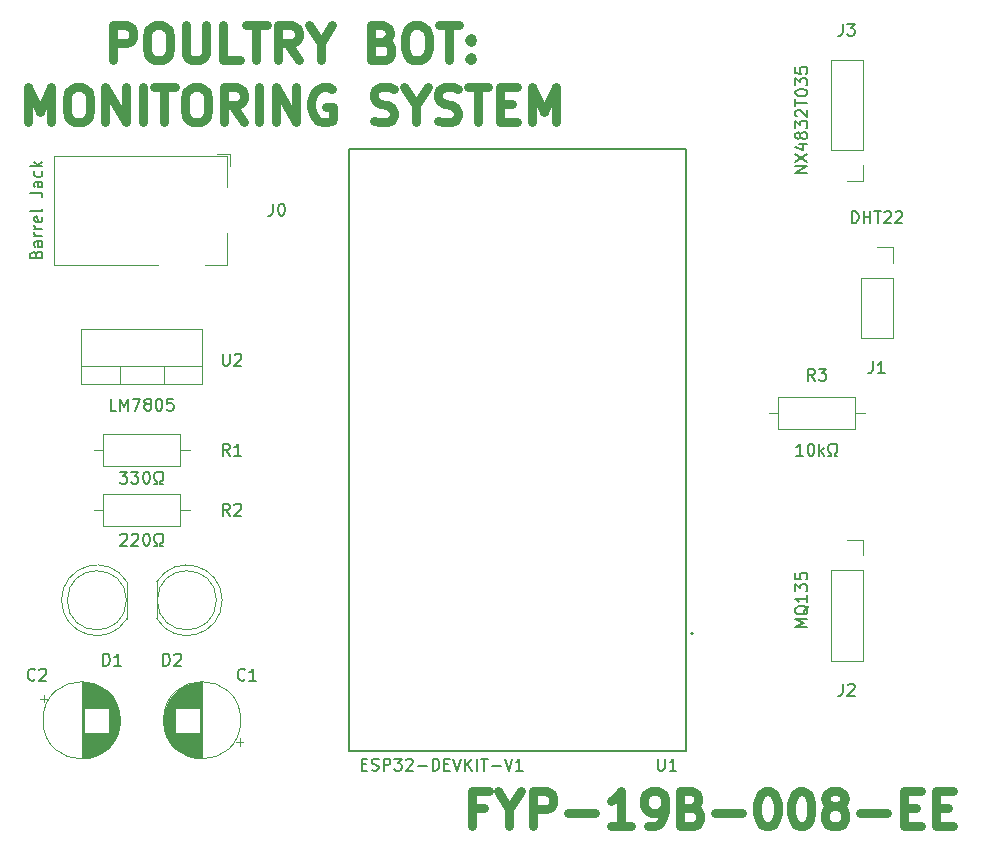
<source format=gbr>
%TF.GenerationSoftware,KiCad,Pcbnew,(5.1.10)-1*%
%TF.CreationDate,2023-01-02T20:25:28+05:00*%
%TF.ProjectId,Circuit for 1st Milestone,43697263-7569-4742-9066-6f7220317374,rev?*%
%TF.SameCoordinates,Original*%
%TF.FileFunction,Legend,Top*%
%TF.FilePolarity,Positive*%
%FSLAX46Y46*%
G04 Gerber Fmt 4.6, Leading zero omitted, Abs format (unit mm)*
G04 Created by KiCad (PCBNEW (5.1.10)-1) date 2023-01-02 20:25:28*
%MOMM*%
%LPD*%
G01*
G04 APERTURE LIST*
%ADD10C,0.750000*%
%ADD11C,0.120000*%
%ADD12C,0.127000*%
%ADD13C,0.200000*%
%ADD14C,0.150000*%
G04 APERTURE END LIST*
D10*
X86124285Y-144565714D02*
X85124285Y-144565714D01*
X85124285Y-146137142D02*
X85124285Y-143137142D01*
X86552857Y-143137142D01*
X88267142Y-144708571D02*
X88267142Y-146137142D01*
X87267142Y-143137142D02*
X88267142Y-144708571D01*
X89267142Y-143137142D01*
X90267142Y-146137142D02*
X90267142Y-143137142D01*
X91410000Y-143137142D01*
X91695714Y-143280000D01*
X91838571Y-143422857D01*
X91981428Y-143708571D01*
X91981428Y-144137142D01*
X91838571Y-144422857D01*
X91695714Y-144565714D01*
X91410000Y-144708571D01*
X90267142Y-144708571D01*
X93267142Y-144994285D02*
X95552857Y-144994285D01*
X98552857Y-146137142D02*
X96838571Y-146137142D01*
X97695714Y-146137142D02*
X97695714Y-143137142D01*
X97410000Y-143565714D01*
X97124285Y-143851428D01*
X96838571Y-143994285D01*
X99981428Y-146137142D02*
X100552857Y-146137142D01*
X100838571Y-145994285D01*
X100981428Y-145851428D01*
X101267142Y-145422857D01*
X101410000Y-144851428D01*
X101410000Y-143708571D01*
X101267142Y-143422857D01*
X101124285Y-143280000D01*
X100838571Y-143137142D01*
X100267142Y-143137142D01*
X99981428Y-143280000D01*
X99838571Y-143422857D01*
X99695714Y-143708571D01*
X99695714Y-144422857D01*
X99838571Y-144708571D01*
X99981428Y-144851428D01*
X100267142Y-144994285D01*
X100838571Y-144994285D01*
X101124285Y-144851428D01*
X101267142Y-144708571D01*
X101410000Y-144422857D01*
X103695714Y-144565714D02*
X104124285Y-144708571D01*
X104267142Y-144851428D01*
X104410000Y-145137142D01*
X104410000Y-145565714D01*
X104267142Y-145851428D01*
X104124285Y-145994285D01*
X103838571Y-146137142D01*
X102695714Y-146137142D01*
X102695714Y-143137142D01*
X103695714Y-143137142D01*
X103981428Y-143280000D01*
X104124285Y-143422857D01*
X104267142Y-143708571D01*
X104267142Y-143994285D01*
X104124285Y-144280000D01*
X103981428Y-144422857D01*
X103695714Y-144565714D01*
X102695714Y-144565714D01*
X105695714Y-144994285D02*
X107981428Y-144994285D01*
X109981428Y-143137142D02*
X110267142Y-143137142D01*
X110552857Y-143280000D01*
X110695714Y-143422857D01*
X110838571Y-143708571D01*
X110981428Y-144280000D01*
X110981428Y-144994285D01*
X110838571Y-145565714D01*
X110695714Y-145851428D01*
X110552857Y-145994285D01*
X110267142Y-146137142D01*
X109981428Y-146137142D01*
X109695714Y-145994285D01*
X109552857Y-145851428D01*
X109410000Y-145565714D01*
X109267142Y-144994285D01*
X109267142Y-144280000D01*
X109410000Y-143708571D01*
X109552857Y-143422857D01*
X109695714Y-143280000D01*
X109981428Y-143137142D01*
X112838571Y-143137142D02*
X113124285Y-143137142D01*
X113410000Y-143280000D01*
X113552857Y-143422857D01*
X113695714Y-143708571D01*
X113838571Y-144280000D01*
X113838571Y-144994285D01*
X113695714Y-145565714D01*
X113552857Y-145851428D01*
X113410000Y-145994285D01*
X113124285Y-146137142D01*
X112838571Y-146137142D01*
X112552857Y-145994285D01*
X112410000Y-145851428D01*
X112267142Y-145565714D01*
X112124285Y-144994285D01*
X112124285Y-144280000D01*
X112267142Y-143708571D01*
X112410000Y-143422857D01*
X112552857Y-143280000D01*
X112838571Y-143137142D01*
X115552857Y-144422857D02*
X115267142Y-144280000D01*
X115124285Y-144137142D01*
X114981428Y-143851428D01*
X114981428Y-143708571D01*
X115124285Y-143422857D01*
X115267142Y-143280000D01*
X115552857Y-143137142D01*
X116124285Y-143137142D01*
X116410000Y-143280000D01*
X116552857Y-143422857D01*
X116695714Y-143708571D01*
X116695714Y-143851428D01*
X116552857Y-144137142D01*
X116410000Y-144280000D01*
X116124285Y-144422857D01*
X115552857Y-144422857D01*
X115267142Y-144565714D01*
X115124285Y-144708571D01*
X114981428Y-144994285D01*
X114981428Y-145565714D01*
X115124285Y-145851428D01*
X115267142Y-145994285D01*
X115552857Y-146137142D01*
X116124285Y-146137142D01*
X116410000Y-145994285D01*
X116552857Y-145851428D01*
X116695714Y-145565714D01*
X116695714Y-144994285D01*
X116552857Y-144708571D01*
X116410000Y-144565714D01*
X116124285Y-144422857D01*
X117981428Y-144994285D02*
X120267142Y-144994285D01*
X121695714Y-144565714D02*
X122695714Y-144565714D01*
X123124285Y-146137142D02*
X121695714Y-146137142D01*
X121695714Y-143137142D01*
X123124285Y-143137142D01*
X124410000Y-144565714D02*
X125410000Y-144565714D01*
X125838571Y-146137142D02*
X124410000Y-146137142D01*
X124410000Y-143137142D01*
X125838571Y-143137142D01*
X54707142Y-81282142D02*
X54707142Y-78282142D01*
X55850000Y-78282142D01*
X56135714Y-78425000D01*
X56278571Y-78567857D01*
X56421428Y-78853571D01*
X56421428Y-79282142D01*
X56278571Y-79567857D01*
X56135714Y-79710714D01*
X55850000Y-79853571D01*
X54707142Y-79853571D01*
X58278571Y-78282142D02*
X58850000Y-78282142D01*
X59135714Y-78425000D01*
X59421428Y-78710714D01*
X59564285Y-79282142D01*
X59564285Y-80282142D01*
X59421428Y-80853571D01*
X59135714Y-81139285D01*
X58850000Y-81282142D01*
X58278571Y-81282142D01*
X57992857Y-81139285D01*
X57707142Y-80853571D01*
X57564285Y-80282142D01*
X57564285Y-79282142D01*
X57707142Y-78710714D01*
X57992857Y-78425000D01*
X58278571Y-78282142D01*
X60850000Y-78282142D02*
X60850000Y-80710714D01*
X60992857Y-80996428D01*
X61135714Y-81139285D01*
X61421428Y-81282142D01*
X61992857Y-81282142D01*
X62278571Y-81139285D01*
X62421428Y-80996428D01*
X62564285Y-80710714D01*
X62564285Y-78282142D01*
X65421428Y-81282142D02*
X63992857Y-81282142D01*
X63992857Y-78282142D01*
X65992857Y-78282142D02*
X67707142Y-78282142D01*
X66850000Y-81282142D02*
X66850000Y-78282142D01*
X70421428Y-81282142D02*
X69421428Y-79853571D01*
X68707142Y-81282142D02*
X68707142Y-78282142D01*
X69850000Y-78282142D01*
X70135714Y-78425000D01*
X70278571Y-78567857D01*
X70421428Y-78853571D01*
X70421428Y-79282142D01*
X70278571Y-79567857D01*
X70135714Y-79710714D01*
X69850000Y-79853571D01*
X68707142Y-79853571D01*
X72278571Y-79853571D02*
X72278571Y-81282142D01*
X71278571Y-78282142D02*
X72278571Y-79853571D01*
X73278571Y-78282142D01*
X77564285Y-79710714D02*
X77992857Y-79853571D01*
X78135714Y-79996428D01*
X78278571Y-80282142D01*
X78278571Y-80710714D01*
X78135714Y-80996428D01*
X77992857Y-81139285D01*
X77707142Y-81282142D01*
X76564285Y-81282142D01*
X76564285Y-78282142D01*
X77564285Y-78282142D01*
X77850000Y-78425000D01*
X77992857Y-78567857D01*
X78135714Y-78853571D01*
X78135714Y-79139285D01*
X77992857Y-79425000D01*
X77850000Y-79567857D01*
X77564285Y-79710714D01*
X76564285Y-79710714D01*
X80135714Y-78282142D02*
X80707142Y-78282142D01*
X80992857Y-78425000D01*
X81278571Y-78710714D01*
X81421428Y-79282142D01*
X81421428Y-80282142D01*
X81278571Y-80853571D01*
X80992857Y-81139285D01*
X80707142Y-81282142D01*
X80135714Y-81282142D01*
X79850000Y-81139285D01*
X79564285Y-80853571D01*
X79421428Y-80282142D01*
X79421428Y-79282142D01*
X79564285Y-78710714D01*
X79850000Y-78425000D01*
X80135714Y-78282142D01*
X82278571Y-78282142D02*
X83992857Y-78282142D01*
X83135714Y-81282142D02*
X83135714Y-78282142D01*
X84992857Y-80996428D02*
X85135714Y-81139285D01*
X84992857Y-81282142D01*
X84849999Y-81139285D01*
X84992857Y-80996428D01*
X84992857Y-81282142D01*
X84992857Y-79425000D02*
X85135714Y-79567857D01*
X84992857Y-79710714D01*
X84849999Y-79567857D01*
X84992857Y-79425000D01*
X84992857Y-79710714D01*
X47492857Y-86532142D02*
X47492857Y-83532142D01*
X48492857Y-85675000D01*
X49492857Y-83532142D01*
X49492857Y-86532142D01*
X51492857Y-83532142D02*
X52064285Y-83532142D01*
X52350000Y-83675000D01*
X52635714Y-83960714D01*
X52778571Y-84532142D01*
X52778571Y-85532142D01*
X52635714Y-86103571D01*
X52350000Y-86389285D01*
X52064285Y-86532142D01*
X51492857Y-86532142D01*
X51207142Y-86389285D01*
X50921428Y-86103571D01*
X50778571Y-85532142D01*
X50778571Y-84532142D01*
X50921428Y-83960714D01*
X51207142Y-83675000D01*
X51492857Y-83532142D01*
X54064285Y-86532142D02*
X54064285Y-83532142D01*
X55778571Y-86532142D01*
X55778571Y-83532142D01*
X57207142Y-86532142D02*
X57207142Y-83532142D01*
X58207142Y-83532142D02*
X59921428Y-83532142D01*
X59064285Y-86532142D02*
X59064285Y-83532142D01*
X61492857Y-83532142D02*
X62064285Y-83532142D01*
X62350000Y-83675000D01*
X62635714Y-83960714D01*
X62778571Y-84532142D01*
X62778571Y-85532142D01*
X62635714Y-86103571D01*
X62350000Y-86389285D01*
X62064285Y-86532142D01*
X61492857Y-86532142D01*
X61207142Y-86389285D01*
X60921428Y-86103571D01*
X60778571Y-85532142D01*
X60778571Y-84532142D01*
X60921428Y-83960714D01*
X61207142Y-83675000D01*
X61492857Y-83532142D01*
X65778571Y-86532142D02*
X64778571Y-85103571D01*
X64064285Y-86532142D02*
X64064285Y-83532142D01*
X65207142Y-83532142D01*
X65492857Y-83675000D01*
X65635714Y-83817857D01*
X65778571Y-84103571D01*
X65778571Y-84532142D01*
X65635714Y-84817857D01*
X65492857Y-84960714D01*
X65207142Y-85103571D01*
X64064285Y-85103571D01*
X67064285Y-86532142D02*
X67064285Y-83532142D01*
X68492857Y-86532142D02*
X68492857Y-83532142D01*
X70207142Y-86532142D01*
X70207142Y-83532142D01*
X73207142Y-83675000D02*
X72921428Y-83532142D01*
X72492857Y-83532142D01*
X72064285Y-83675000D01*
X71778571Y-83960714D01*
X71635714Y-84246428D01*
X71492857Y-84817857D01*
X71492857Y-85246428D01*
X71635714Y-85817857D01*
X71778571Y-86103571D01*
X72064285Y-86389285D01*
X72492857Y-86532142D01*
X72778571Y-86532142D01*
X73207142Y-86389285D01*
X73350000Y-86246428D01*
X73350000Y-85246428D01*
X72778571Y-85246428D01*
X76778571Y-86389285D02*
X77207142Y-86532142D01*
X77921428Y-86532142D01*
X78207142Y-86389285D01*
X78350000Y-86246428D01*
X78492857Y-85960714D01*
X78492857Y-85675000D01*
X78350000Y-85389285D01*
X78207142Y-85246428D01*
X77921428Y-85103571D01*
X77350000Y-84960714D01*
X77064285Y-84817857D01*
X76921428Y-84675000D01*
X76778571Y-84389285D01*
X76778571Y-84103571D01*
X76921428Y-83817857D01*
X77064285Y-83675000D01*
X77350000Y-83532142D01*
X78064285Y-83532142D01*
X78492857Y-83675000D01*
X80350000Y-85103571D02*
X80350000Y-86532142D01*
X79350000Y-83532142D02*
X80350000Y-85103571D01*
X81350000Y-83532142D01*
X82207142Y-86389285D02*
X82635714Y-86532142D01*
X83350000Y-86532142D01*
X83635714Y-86389285D01*
X83778571Y-86246428D01*
X83921428Y-85960714D01*
X83921428Y-85675000D01*
X83778571Y-85389285D01*
X83635714Y-85246428D01*
X83350000Y-85103571D01*
X82778571Y-84960714D01*
X82492857Y-84817857D01*
X82350000Y-84675000D01*
X82207142Y-84389285D01*
X82207142Y-84103571D01*
X82350000Y-83817857D01*
X82492857Y-83675000D01*
X82778571Y-83532142D01*
X83492857Y-83532142D01*
X83921428Y-83675000D01*
X84778571Y-83532142D02*
X86492857Y-83532142D01*
X85635714Y-86532142D02*
X85635714Y-83532142D01*
X87492857Y-84960714D02*
X88492857Y-84960714D01*
X88921428Y-86532142D02*
X87492857Y-86532142D01*
X87492857Y-83532142D01*
X88921428Y-83532142D01*
X90207142Y-86532142D02*
X90207142Y-83532142D01*
X91207142Y-85675000D01*
X92207142Y-83532142D01*
X92207142Y-86532142D01*
D11*
%TO.C,C1*%
X65435241Y-139314000D02*
X65435241Y-138684000D01*
X65750241Y-138999000D02*
X65120241Y-138999000D01*
X59009000Y-137562000D02*
X59009000Y-136758000D01*
X59049000Y-137793000D02*
X59049000Y-136527000D01*
X59089000Y-137962000D02*
X59089000Y-136358000D01*
X59129000Y-138100000D02*
X59129000Y-136220000D01*
X59169000Y-138219000D02*
X59169000Y-136101000D01*
X59209000Y-138325000D02*
X59209000Y-135995000D01*
X59249000Y-138422000D02*
X59249000Y-135898000D01*
X59289000Y-138510000D02*
X59289000Y-135810000D01*
X59329000Y-138592000D02*
X59329000Y-135728000D01*
X59369000Y-138669000D02*
X59369000Y-135651000D01*
X59409000Y-138741000D02*
X59409000Y-135579000D01*
X59449000Y-138810000D02*
X59449000Y-135510000D01*
X59489000Y-138874000D02*
X59489000Y-135446000D01*
X59529000Y-138936000D02*
X59529000Y-135384000D01*
X59569000Y-138994000D02*
X59569000Y-135326000D01*
X59609000Y-139050000D02*
X59609000Y-135270000D01*
X59649000Y-139104000D02*
X59649000Y-135216000D01*
X59689000Y-139155000D02*
X59689000Y-135165000D01*
X59729000Y-139204000D02*
X59729000Y-135116000D01*
X59769000Y-139252000D02*
X59769000Y-135068000D01*
X59809000Y-139297000D02*
X59809000Y-135023000D01*
X59849000Y-139342000D02*
X59849000Y-134978000D01*
X59889000Y-139384000D02*
X59889000Y-134936000D01*
X59929000Y-139425000D02*
X59929000Y-134895000D01*
X59969000Y-136120000D02*
X59969000Y-134855000D01*
X59969000Y-139465000D02*
X59969000Y-138200000D01*
X60009000Y-136120000D02*
X60009000Y-134817000D01*
X60009000Y-139503000D02*
X60009000Y-138200000D01*
X60049000Y-136120000D02*
X60049000Y-134780000D01*
X60049000Y-139540000D02*
X60049000Y-138200000D01*
X60089000Y-136120000D02*
X60089000Y-134744000D01*
X60089000Y-139576000D02*
X60089000Y-138200000D01*
X60129000Y-136120000D02*
X60129000Y-134710000D01*
X60129000Y-139610000D02*
X60129000Y-138200000D01*
X60169000Y-136120000D02*
X60169000Y-134676000D01*
X60169000Y-139644000D02*
X60169000Y-138200000D01*
X60209000Y-136120000D02*
X60209000Y-134644000D01*
X60209000Y-139676000D02*
X60209000Y-138200000D01*
X60249000Y-136120000D02*
X60249000Y-134612000D01*
X60249000Y-139708000D02*
X60249000Y-138200000D01*
X60289000Y-136120000D02*
X60289000Y-134582000D01*
X60289000Y-139738000D02*
X60289000Y-138200000D01*
X60329000Y-136120000D02*
X60329000Y-134553000D01*
X60329000Y-139767000D02*
X60329000Y-138200000D01*
X60369000Y-136120000D02*
X60369000Y-134524000D01*
X60369000Y-139796000D02*
X60369000Y-138200000D01*
X60409000Y-136120000D02*
X60409000Y-134496000D01*
X60409000Y-139824000D02*
X60409000Y-138200000D01*
X60449000Y-136120000D02*
X60449000Y-134470000D01*
X60449000Y-139850000D02*
X60449000Y-138200000D01*
X60489000Y-136120000D02*
X60489000Y-134444000D01*
X60489000Y-139876000D02*
X60489000Y-138200000D01*
X60529000Y-136120000D02*
X60529000Y-134418000D01*
X60529000Y-139902000D02*
X60529000Y-138200000D01*
X60569000Y-136120000D02*
X60569000Y-134394000D01*
X60569000Y-139926000D02*
X60569000Y-138200000D01*
X60609000Y-136120000D02*
X60609000Y-134370000D01*
X60609000Y-139950000D02*
X60609000Y-138200000D01*
X60649000Y-136120000D02*
X60649000Y-134348000D01*
X60649000Y-139972000D02*
X60649000Y-138200000D01*
X60689000Y-136120000D02*
X60689000Y-134326000D01*
X60689000Y-139994000D02*
X60689000Y-138200000D01*
X60729000Y-136120000D02*
X60729000Y-134304000D01*
X60729000Y-140016000D02*
X60729000Y-138200000D01*
X60769000Y-136120000D02*
X60769000Y-134284000D01*
X60769000Y-140036000D02*
X60769000Y-138200000D01*
X60809000Y-136120000D02*
X60809000Y-134264000D01*
X60809000Y-140056000D02*
X60809000Y-138200000D01*
X60849000Y-136120000D02*
X60849000Y-134244000D01*
X60849000Y-140076000D02*
X60849000Y-138200000D01*
X60889000Y-136120000D02*
X60889000Y-134226000D01*
X60889000Y-140094000D02*
X60889000Y-138200000D01*
X60929000Y-136120000D02*
X60929000Y-134208000D01*
X60929000Y-140112000D02*
X60929000Y-138200000D01*
X60969000Y-136120000D02*
X60969000Y-134190000D01*
X60969000Y-140130000D02*
X60969000Y-138200000D01*
X61009000Y-136120000D02*
X61009000Y-134174000D01*
X61009000Y-140146000D02*
X61009000Y-138200000D01*
X61049000Y-136120000D02*
X61049000Y-134158000D01*
X61049000Y-140162000D02*
X61049000Y-138200000D01*
X61089000Y-136120000D02*
X61089000Y-134142000D01*
X61089000Y-140178000D02*
X61089000Y-138200000D01*
X61129000Y-136120000D02*
X61129000Y-134127000D01*
X61129000Y-140193000D02*
X61129000Y-138200000D01*
X61169000Y-136120000D02*
X61169000Y-134113000D01*
X61169000Y-140207000D02*
X61169000Y-138200000D01*
X61209000Y-136120000D02*
X61209000Y-134099000D01*
X61209000Y-140221000D02*
X61209000Y-138200000D01*
X61249000Y-136120000D02*
X61249000Y-134086000D01*
X61249000Y-140234000D02*
X61249000Y-138200000D01*
X61289000Y-136120000D02*
X61289000Y-134074000D01*
X61289000Y-140246000D02*
X61289000Y-138200000D01*
X61329000Y-136120000D02*
X61329000Y-134062000D01*
X61329000Y-140258000D02*
X61329000Y-138200000D01*
X61369000Y-136120000D02*
X61369000Y-134050000D01*
X61369000Y-140270000D02*
X61369000Y-138200000D01*
X61409000Y-136120000D02*
X61409000Y-134039000D01*
X61409000Y-140281000D02*
X61409000Y-138200000D01*
X61449000Y-136120000D02*
X61449000Y-134029000D01*
X61449000Y-140291000D02*
X61449000Y-138200000D01*
X61489000Y-136120000D02*
X61489000Y-134019000D01*
X61489000Y-140301000D02*
X61489000Y-138200000D01*
X61529000Y-136120000D02*
X61529000Y-134010000D01*
X61529000Y-140310000D02*
X61529000Y-138200000D01*
X61570000Y-136120000D02*
X61570000Y-134001000D01*
X61570000Y-140319000D02*
X61570000Y-138200000D01*
X61610000Y-136120000D02*
X61610000Y-133993000D01*
X61610000Y-140327000D02*
X61610000Y-138200000D01*
X61650000Y-136120000D02*
X61650000Y-133985000D01*
X61650000Y-140335000D02*
X61650000Y-138200000D01*
X61690000Y-136120000D02*
X61690000Y-133978000D01*
X61690000Y-140342000D02*
X61690000Y-138200000D01*
X61730000Y-136120000D02*
X61730000Y-133971000D01*
X61730000Y-140349000D02*
X61730000Y-138200000D01*
X61770000Y-136120000D02*
X61770000Y-133965000D01*
X61770000Y-140355000D02*
X61770000Y-138200000D01*
X61810000Y-136120000D02*
X61810000Y-133959000D01*
X61810000Y-140361000D02*
X61810000Y-138200000D01*
X61850000Y-136120000D02*
X61850000Y-133954000D01*
X61850000Y-140366000D02*
X61850000Y-138200000D01*
X61890000Y-136120000D02*
X61890000Y-133949000D01*
X61890000Y-140371000D02*
X61890000Y-138200000D01*
X61930000Y-136120000D02*
X61930000Y-133945000D01*
X61930000Y-140375000D02*
X61930000Y-138200000D01*
X61970000Y-136120000D02*
X61970000Y-133942000D01*
X61970000Y-140378000D02*
X61970000Y-138200000D01*
X62010000Y-136120000D02*
X62010000Y-133938000D01*
X62010000Y-140382000D02*
X62010000Y-138200000D01*
X62050000Y-140384000D02*
X62050000Y-133936000D01*
X62090000Y-140387000D02*
X62090000Y-133933000D01*
X62130000Y-140388000D02*
X62130000Y-133932000D01*
X62170000Y-140390000D02*
X62170000Y-133930000D01*
X62210000Y-140390000D02*
X62210000Y-133930000D01*
X62250000Y-140390000D02*
X62250000Y-133930000D01*
X65520000Y-137160000D02*
G75*
G03*
X65520000Y-137160000I-3270000J0D01*
G01*
%TO.C,C2*%
X55320000Y-137160000D02*
G75*
G03*
X55320000Y-137160000I-3270000J0D01*
G01*
X52050000Y-133930000D02*
X52050000Y-140390000D01*
X52090000Y-133930000D02*
X52090000Y-140390000D01*
X52130000Y-133930000D02*
X52130000Y-140390000D01*
X52170000Y-133932000D02*
X52170000Y-140388000D01*
X52210000Y-133933000D02*
X52210000Y-140387000D01*
X52250000Y-133936000D02*
X52250000Y-140384000D01*
X52290000Y-133938000D02*
X52290000Y-136120000D01*
X52290000Y-138200000D02*
X52290000Y-140382000D01*
X52330000Y-133942000D02*
X52330000Y-136120000D01*
X52330000Y-138200000D02*
X52330000Y-140378000D01*
X52370000Y-133945000D02*
X52370000Y-136120000D01*
X52370000Y-138200000D02*
X52370000Y-140375000D01*
X52410000Y-133949000D02*
X52410000Y-136120000D01*
X52410000Y-138200000D02*
X52410000Y-140371000D01*
X52450000Y-133954000D02*
X52450000Y-136120000D01*
X52450000Y-138200000D02*
X52450000Y-140366000D01*
X52490000Y-133959000D02*
X52490000Y-136120000D01*
X52490000Y-138200000D02*
X52490000Y-140361000D01*
X52530000Y-133965000D02*
X52530000Y-136120000D01*
X52530000Y-138200000D02*
X52530000Y-140355000D01*
X52570000Y-133971000D02*
X52570000Y-136120000D01*
X52570000Y-138200000D02*
X52570000Y-140349000D01*
X52610000Y-133978000D02*
X52610000Y-136120000D01*
X52610000Y-138200000D02*
X52610000Y-140342000D01*
X52650000Y-133985000D02*
X52650000Y-136120000D01*
X52650000Y-138200000D02*
X52650000Y-140335000D01*
X52690000Y-133993000D02*
X52690000Y-136120000D01*
X52690000Y-138200000D02*
X52690000Y-140327000D01*
X52730000Y-134001000D02*
X52730000Y-136120000D01*
X52730000Y-138200000D02*
X52730000Y-140319000D01*
X52771000Y-134010000D02*
X52771000Y-136120000D01*
X52771000Y-138200000D02*
X52771000Y-140310000D01*
X52811000Y-134019000D02*
X52811000Y-136120000D01*
X52811000Y-138200000D02*
X52811000Y-140301000D01*
X52851000Y-134029000D02*
X52851000Y-136120000D01*
X52851000Y-138200000D02*
X52851000Y-140291000D01*
X52891000Y-134039000D02*
X52891000Y-136120000D01*
X52891000Y-138200000D02*
X52891000Y-140281000D01*
X52931000Y-134050000D02*
X52931000Y-136120000D01*
X52931000Y-138200000D02*
X52931000Y-140270000D01*
X52971000Y-134062000D02*
X52971000Y-136120000D01*
X52971000Y-138200000D02*
X52971000Y-140258000D01*
X53011000Y-134074000D02*
X53011000Y-136120000D01*
X53011000Y-138200000D02*
X53011000Y-140246000D01*
X53051000Y-134086000D02*
X53051000Y-136120000D01*
X53051000Y-138200000D02*
X53051000Y-140234000D01*
X53091000Y-134099000D02*
X53091000Y-136120000D01*
X53091000Y-138200000D02*
X53091000Y-140221000D01*
X53131000Y-134113000D02*
X53131000Y-136120000D01*
X53131000Y-138200000D02*
X53131000Y-140207000D01*
X53171000Y-134127000D02*
X53171000Y-136120000D01*
X53171000Y-138200000D02*
X53171000Y-140193000D01*
X53211000Y-134142000D02*
X53211000Y-136120000D01*
X53211000Y-138200000D02*
X53211000Y-140178000D01*
X53251000Y-134158000D02*
X53251000Y-136120000D01*
X53251000Y-138200000D02*
X53251000Y-140162000D01*
X53291000Y-134174000D02*
X53291000Y-136120000D01*
X53291000Y-138200000D02*
X53291000Y-140146000D01*
X53331000Y-134190000D02*
X53331000Y-136120000D01*
X53331000Y-138200000D02*
X53331000Y-140130000D01*
X53371000Y-134208000D02*
X53371000Y-136120000D01*
X53371000Y-138200000D02*
X53371000Y-140112000D01*
X53411000Y-134226000D02*
X53411000Y-136120000D01*
X53411000Y-138200000D02*
X53411000Y-140094000D01*
X53451000Y-134244000D02*
X53451000Y-136120000D01*
X53451000Y-138200000D02*
X53451000Y-140076000D01*
X53491000Y-134264000D02*
X53491000Y-136120000D01*
X53491000Y-138200000D02*
X53491000Y-140056000D01*
X53531000Y-134284000D02*
X53531000Y-136120000D01*
X53531000Y-138200000D02*
X53531000Y-140036000D01*
X53571000Y-134304000D02*
X53571000Y-136120000D01*
X53571000Y-138200000D02*
X53571000Y-140016000D01*
X53611000Y-134326000D02*
X53611000Y-136120000D01*
X53611000Y-138200000D02*
X53611000Y-139994000D01*
X53651000Y-134348000D02*
X53651000Y-136120000D01*
X53651000Y-138200000D02*
X53651000Y-139972000D01*
X53691000Y-134370000D02*
X53691000Y-136120000D01*
X53691000Y-138200000D02*
X53691000Y-139950000D01*
X53731000Y-134394000D02*
X53731000Y-136120000D01*
X53731000Y-138200000D02*
X53731000Y-139926000D01*
X53771000Y-134418000D02*
X53771000Y-136120000D01*
X53771000Y-138200000D02*
X53771000Y-139902000D01*
X53811000Y-134444000D02*
X53811000Y-136120000D01*
X53811000Y-138200000D02*
X53811000Y-139876000D01*
X53851000Y-134470000D02*
X53851000Y-136120000D01*
X53851000Y-138200000D02*
X53851000Y-139850000D01*
X53891000Y-134496000D02*
X53891000Y-136120000D01*
X53891000Y-138200000D02*
X53891000Y-139824000D01*
X53931000Y-134524000D02*
X53931000Y-136120000D01*
X53931000Y-138200000D02*
X53931000Y-139796000D01*
X53971000Y-134553000D02*
X53971000Y-136120000D01*
X53971000Y-138200000D02*
X53971000Y-139767000D01*
X54011000Y-134582000D02*
X54011000Y-136120000D01*
X54011000Y-138200000D02*
X54011000Y-139738000D01*
X54051000Y-134612000D02*
X54051000Y-136120000D01*
X54051000Y-138200000D02*
X54051000Y-139708000D01*
X54091000Y-134644000D02*
X54091000Y-136120000D01*
X54091000Y-138200000D02*
X54091000Y-139676000D01*
X54131000Y-134676000D02*
X54131000Y-136120000D01*
X54131000Y-138200000D02*
X54131000Y-139644000D01*
X54171000Y-134710000D02*
X54171000Y-136120000D01*
X54171000Y-138200000D02*
X54171000Y-139610000D01*
X54211000Y-134744000D02*
X54211000Y-136120000D01*
X54211000Y-138200000D02*
X54211000Y-139576000D01*
X54251000Y-134780000D02*
X54251000Y-136120000D01*
X54251000Y-138200000D02*
X54251000Y-139540000D01*
X54291000Y-134817000D02*
X54291000Y-136120000D01*
X54291000Y-138200000D02*
X54291000Y-139503000D01*
X54331000Y-134855000D02*
X54331000Y-136120000D01*
X54331000Y-138200000D02*
X54331000Y-139465000D01*
X54371000Y-134895000D02*
X54371000Y-139425000D01*
X54411000Y-134936000D02*
X54411000Y-139384000D01*
X54451000Y-134978000D02*
X54451000Y-139342000D01*
X54491000Y-135023000D02*
X54491000Y-139297000D01*
X54531000Y-135068000D02*
X54531000Y-139252000D01*
X54571000Y-135116000D02*
X54571000Y-139204000D01*
X54611000Y-135165000D02*
X54611000Y-139155000D01*
X54651000Y-135216000D02*
X54651000Y-139104000D01*
X54691000Y-135270000D02*
X54691000Y-139050000D01*
X54731000Y-135326000D02*
X54731000Y-138994000D01*
X54771000Y-135384000D02*
X54771000Y-138936000D01*
X54811000Y-135446000D02*
X54811000Y-138874000D01*
X54851000Y-135510000D02*
X54851000Y-138810000D01*
X54891000Y-135579000D02*
X54891000Y-138741000D01*
X54931000Y-135651000D02*
X54931000Y-138669000D01*
X54971000Y-135728000D02*
X54971000Y-138592000D01*
X55011000Y-135810000D02*
X55011000Y-138510000D01*
X55051000Y-135898000D02*
X55051000Y-138422000D01*
X55091000Y-135995000D02*
X55091000Y-138325000D01*
X55131000Y-136101000D02*
X55131000Y-138219000D01*
X55171000Y-136220000D02*
X55171000Y-138100000D01*
X55211000Y-136358000D02*
X55211000Y-137962000D01*
X55251000Y-136527000D02*
X55251000Y-137793000D01*
X55291000Y-136758000D02*
X55291000Y-137562000D01*
X48549759Y-135321000D02*
X49179759Y-135321000D01*
X48864759Y-135006000D02*
X48864759Y-135636000D01*
%TO.C,D1*%
X55840000Y-127000000D02*
G75*
G03*
X55840000Y-127000000I-2500000J0D01*
G01*
X55900000Y-128545000D02*
X55900000Y-125455000D01*
X50350000Y-126999538D02*
G75*
G03*
X55900000Y-128544830I2990000J-462D01*
G01*
X50350000Y-127000462D02*
G75*
G02*
X55900000Y-125455170I2990000J462D01*
G01*
%TO.C,D2*%
X58400000Y-125455000D02*
X58400000Y-128545000D01*
X63460000Y-127000000D02*
G75*
G03*
X63460000Y-127000000I-2500000J0D01*
G01*
X63950000Y-126999538D02*
G75*
G02*
X58400000Y-128544830I-2990000J-462D01*
G01*
X63950000Y-127000462D02*
G75*
G03*
X58400000Y-125455170I-2990000J462D01*
G01*
%TO.C,J0*%
X64400000Y-89380000D02*
X64400000Y-91980000D01*
X49700000Y-89380000D02*
X64400000Y-89380000D01*
X64400000Y-98580000D02*
X62500000Y-98580000D01*
X64400000Y-95880000D02*
X64400000Y-98580000D01*
X49700000Y-98580000D02*
X49700000Y-89380000D01*
X58500000Y-98580000D02*
X49700000Y-98580000D01*
X63550000Y-89180000D02*
X64600000Y-89180000D01*
X64600000Y-90230000D02*
X64600000Y-89180000D01*
%TO.C,J1*%
X119380000Y-97095000D02*
X120710000Y-97095000D01*
X120710000Y-97095000D02*
X120710000Y-98425000D01*
X120710000Y-99695000D02*
X120710000Y-104835000D01*
X118050000Y-104835000D02*
X120710000Y-104835000D01*
X118050000Y-99695000D02*
X118050000Y-104835000D01*
X118050000Y-99695000D02*
X120710000Y-99695000D01*
%TO.C,J2*%
X116840000Y-121860000D02*
X118170000Y-121860000D01*
X118170000Y-121860000D02*
X118170000Y-123190000D01*
X118170000Y-124460000D02*
X118170000Y-132140000D01*
X115510000Y-132140000D02*
X118170000Y-132140000D01*
X115510000Y-124460000D02*
X115510000Y-132140000D01*
X115510000Y-124460000D02*
X118170000Y-124460000D01*
%TO.C,J3*%
X118170000Y-91500000D02*
X116840000Y-91500000D01*
X118170000Y-90170000D02*
X118170000Y-91500000D01*
X118170000Y-88900000D02*
X115510000Y-88900000D01*
X115510000Y-88900000D02*
X115510000Y-81220000D01*
X118170000Y-88900000D02*
X118170000Y-81220000D01*
X118170000Y-81220000D02*
X115510000Y-81220000D01*
%TO.C,R1*%
X53880000Y-112930000D02*
X53880000Y-115670000D01*
X53880000Y-115670000D02*
X60420000Y-115670000D01*
X60420000Y-115670000D02*
X60420000Y-112930000D01*
X60420000Y-112930000D02*
X53880000Y-112930000D01*
X53110000Y-114300000D02*
X53880000Y-114300000D01*
X61190000Y-114300000D02*
X60420000Y-114300000D01*
%TO.C,R2*%
X53110000Y-119380000D02*
X53880000Y-119380000D01*
X61190000Y-119380000D02*
X60420000Y-119380000D01*
X53880000Y-120750000D02*
X60420000Y-120750000D01*
X53880000Y-118010000D02*
X53880000Y-120750000D01*
X60420000Y-118010000D02*
X53880000Y-118010000D01*
X60420000Y-120750000D02*
X60420000Y-118010000D01*
%TO.C,R3*%
X118340000Y-111125000D02*
X117570000Y-111125000D01*
X110260000Y-111125000D02*
X111030000Y-111125000D01*
X117570000Y-109755000D02*
X111030000Y-109755000D01*
X117570000Y-112495000D02*
X117570000Y-109755000D01*
X111030000Y-112495000D02*
X117570000Y-112495000D01*
X111030000Y-109755000D02*
X111030000Y-112495000D01*
D12*
%TO.C,U1*%
X80120000Y-88825000D02*
X74670000Y-88825000D01*
X97810000Y-88825000D02*
X80120000Y-88825000D01*
X103180000Y-88825000D02*
X97810000Y-88825000D01*
X74670000Y-139775000D02*
X74670000Y-88825000D01*
X103180000Y-88825000D02*
X103180000Y-139775000D01*
X85400000Y-139775000D02*
X74670000Y-139775000D01*
X92111000Y-139775000D02*
X85400000Y-139775000D01*
X103180000Y-139775000D02*
X92111000Y-139775000D01*
D13*
X103850000Y-129815000D02*
G75*
G03*
X103850000Y-129815000I-100000J0D01*
G01*
D12*
X103180000Y-88825000D02*
X103180000Y-139775000D01*
X103180000Y-139775000D02*
X74670000Y-139775000D01*
X74670000Y-88825000D02*
X103180000Y-88825000D01*
X74670000Y-139775000D02*
X74670000Y-88825000D01*
D11*
%TO.C,U2*%
X55299000Y-108680000D02*
X55299000Y-107170000D01*
X59000000Y-108680000D02*
X59000000Y-107170000D01*
X62270000Y-107170000D02*
X52030000Y-107170000D01*
X52030000Y-108680000D02*
X52030000Y-104039000D01*
X62270000Y-108680000D02*
X62270000Y-104039000D01*
X62270000Y-104039000D02*
X52030000Y-104039000D01*
X62270000Y-108680000D02*
X52030000Y-108680000D01*
%TO.C,C1*%
D14*
X65873333Y-133707142D02*
X65825714Y-133754761D01*
X65682857Y-133802380D01*
X65587619Y-133802380D01*
X65444761Y-133754761D01*
X65349523Y-133659523D01*
X65301904Y-133564285D01*
X65254285Y-133373809D01*
X65254285Y-133230952D01*
X65301904Y-133040476D01*
X65349523Y-132945238D01*
X65444761Y-132850000D01*
X65587619Y-132802380D01*
X65682857Y-132802380D01*
X65825714Y-132850000D01*
X65873333Y-132897619D01*
X66825714Y-133802380D02*
X66254285Y-133802380D01*
X66540000Y-133802380D02*
X66540000Y-132802380D01*
X66444761Y-132945238D01*
X66349523Y-133040476D01*
X66254285Y-133088095D01*
%TO.C,C2*%
X48093333Y-133707142D02*
X48045714Y-133754761D01*
X47902857Y-133802380D01*
X47807619Y-133802380D01*
X47664761Y-133754761D01*
X47569523Y-133659523D01*
X47521904Y-133564285D01*
X47474285Y-133373809D01*
X47474285Y-133230952D01*
X47521904Y-133040476D01*
X47569523Y-132945238D01*
X47664761Y-132850000D01*
X47807619Y-132802380D01*
X47902857Y-132802380D01*
X48045714Y-132850000D01*
X48093333Y-132897619D01*
X48474285Y-132897619D02*
X48521904Y-132850000D01*
X48617142Y-132802380D01*
X48855238Y-132802380D01*
X48950476Y-132850000D01*
X48998095Y-132897619D01*
X49045714Y-132992857D01*
X49045714Y-133088095D01*
X48998095Y-133230952D01*
X48426666Y-133802380D01*
X49045714Y-133802380D01*
%TO.C,D1*%
X53871904Y-132532380D02*
X53871904Y-131532380D01*
X54110000Y-131532380D01*
X54252857Y-131580000D01*
X54348095Y-131675238D01*
X54395714Y-131770476D01*
X54443333Y-131960952D01*
X54443333Y-132103809D01*
X54395714Y-132294285D01*
X54348095Y-132389523D01*
X54252857Y-132484761D01*
X54110000Y-132532380D01*
X53871904Y-132532380D01*
X55395714Y-132532380D02*
X54824285Y-132532380D01*
X55110000Y-132532380D02*
X55110000Y-131532380D01*
X55014761Y-131675238D01*
X54919523Y-131770476D01*
X54824285Y-131818095D01*
%TO.C,D2*%
X58951904Y-132532380D02*
X58951904Y-131532380D01*
X59190000Y-131532380D01*
X59332857Y-131580000D01*
X59428095Y-131675238D01*
X59475714Y-131770476D01*
X59523333Y-131960952D01*
X59523333Y-132103809D01*
X59475714Y-132294285D01*
X59428095Y-132389523D01*
X59332857Y-132484761D01*
X59190000Y-132532380D01*
X58951904Y-132532380D01*
X59904285Y-131627619D02*
X59951904Y-131580000D01*
X60047142Y-131532380D01*
X60285238Y-131532380D01*
X60380476Y-131580000D01*
X60428095Y-131627619D01*
X60475714Y-131722857D01*
X60475714Y-131818095D01*
X60428095Y-131960952D01*
X59856666Y-132532380D01*
X60475714Y-132532380D01*
%TO.C,J0*%
X68246666Y-93432380D02*
X68246666Y-94146666D01*
X68199047Y-94289523D01*
X68103809Y-94384761D01*
X67960952Y-94432380D01*
X67865714Y-94432380D01*
X68913333Y-93432380D02*
X69008571Y-93432380D01*
X69103809Y-93480000D01*
X69151428Y-93527619D01*
X69199047Y-93622857D01*
X69246666Y-93813333D01*
X69246666Y-94051428D01*
X69199047Y-94241904D01*
X69151428Y-94337142D01*
X69103809Y-94384761D01*
X69008571Y-94432380D01*
X68913333Y-94432380D01*
X68818095Y-94384761D01*
X68770476Y-94337142D01*
X68722857Y-94241904D01*
X68675238Y-94051428D01*
X68675238Y-93813333D01*
X68722857Y-93622857D01*
X68770476Y-93527619D01*
X68818095Y-93480000D01*
X68913333Y-93432380D01*
X48188571Y-97718095D02*
X48236190Y-97575238D01*
X48283809Y-97527619D01*
X48379047Y-97480000D01*
X48521904Y-97480000D01*
X48617142Y-97527619D01*
X48664761Y-97575238D01*
X48712380Y-97670476D01*
X48712380Y-98051428D01*
X47712380Y-98051428D01*
X47712380Y-97718095D01*
X47760000Y-97622857D01*
X47807619Y-97575238D01*
X47902857Y-97527619D01*
X47998095Y-97527619D01*
X48093333Y-97575238D01*
X48140952Y-97622857D01*
X48188571Y-97718095D01*
X48188571Y-98051428D01*
X48712380Y-96622857D02*
X48188571Y-96622857D01*
X48093333Y-96670476D01*
X48045714Y-96765714D01*
X48045714Y-96956190D01*
X48093333Y-97051428D01*
X48664761Y-96622857D02*
X48712380Y-96718095D01*
X48712380Y-96956190D01*
X48664761Y-97051428D01*
X48569523Y-97099047D01*
X48474285Y-97099047D01*
X48379047Y-97051428D01*
X48331428Y-96956190D01*
X48331428Y-96718095D01*
X48283809Y-96622857D01*
X48712380Y-96146666D02*
X48045714Y-96146666D01*
X48236190Y-96146666D02*
X48140952Y-96099047D01*
X48093333Y-96051428D01*
X48045714Y-95956190D01*
X48045714Y-95860952D01*
X48712380Y-95527619D02*
X48045714Y-95527619D01*
X48236190Y-95527619D02*
X48140952Y-95480000D01*
X48093333Y-95432380D01*
X48045714Y-95337142D01*
X48045714Y-95241904D01*
X48664761Y-94527619D02*
X48712380Y-94622857D01*
X48712380Y-94813333D01*
X48664761Y-94908571D01*
X48569523Y-94956190D01*
X48188571Y-94956190D01*
X48093333Y-94908571D01*
X48045714Y-94813333D01*
X48045714Y-94622857D01*
X48093333Y-94527619D01*
X48188571Y-94480000D01*
X48283809Y-94480000D01*
X48379047Y-94956190D01*
X48712380Y-93908571D02*
X48664761Y-94003809D01*
X48569523Y-94051428D01*
X47712380Y-94051428D01*
X47712380Y-92480000D02*
X48426666Y-92480000D01*
X48569523Y-92527619D01*
X48664761Y-92622857D01*
X48712380Y-92765714D01*
X48712380Y-92860952D01*
X48712380Y-91575238D02*
X48188571Y-91575238D01*
X48093333Y-91622857D01*
X48045714Y-91718095D01*
X48045714Y-91908571D01*
X48093333Y-92003809D01*
X48664761Y-91575238D02*
X48712380Y-91670476D01*
X48712380Y-91908571D01*
X48664761Y-92003809D01*
X48569523Y-92051428D01*
X48474285Y-92051428D01*
X48379047Y-92003809D01*
X48331428Y-91908571D01*
X48331428Y-91670476D01*
X48283809Y-91575238D01*
X48664761Y-90670476D02*
X48712380Y-90765714D01*
X48712380Y-90956190D01*
X48664761Y-91051428D01*
X48617142Y-91099047D01*
X48521904Y-91146666D01*
X48236190Y-91146666D01*
X48140952Y-91099047D01*
X48093333Y-91051428D01*
X48045714Y-90956190D01*
X48045714Y-90765714D01*
X48093333Y-90670476D01*
X48712380Y-90241904D02*
X47712380Y-90241904D01*
X48331428Y-90146666D02*
X48712380Y-89860952D01*
X48045714Y-89860952D02*
X48426666Y-90241904D01*
%TO.C,J1*%
X119046666Y-106767380D02*
X119046666Y-107481666D01*
X118999047Y-107624523D01*
X118903809Y-107719761D01*
X118760952Y-107767380D01*
X118665714Y-107767380D01*
X120046666Y-107767380D02*
X119475238Y-107767380D01*
X119760952Y-107767380D02*
X119760952Y-106767380D01*
X119665714Y-106910238D01*
X119570476Y-107005476D01*
X119475238Y-107053095D01*
X117260952Y-95067380D02*
X117260952Y-94067380D01*
X117499047Y-94067380D01*
X117641904Y-94115000D01*
X117737142Y-94210238D01*
X117784761Y-94305476D01*
X117832380Y-94495952D01*
X117832380Y-94638809D01*
X117784761Y-94829285D01*
X117737142Y-94924523D01*
X117641904Y-95019761D01*
X117499047Y-95067380D01*
X117260952Y-95067380D01*
X118260952Y-95067380D02*
X118260952Y-94067380D01*
X118260952Y-94543571D02*
X118832380Y-94543571D01*
X118832380Y-95067380D02*
X118832380Y-94067380D01*
X119165714Y-94067380D02*
X119737142Y-94067380D01*
X119451428Y-95067380D02*
X119451428Y-94067380D01*
X120022857Y-94162619D02*
X120070476Y-94115000D01*
X120165714Y-94067380D01*
X120403809Y-94067380D01*
X120499047Y-94115000D01*
X120546666Y-94162619D01*
X120594285Y-94257857D01*
X120594285Y-94353095D01*
X120546666Y-94495952D01*
X119975238Y-95067380D01*
X120594285Y-95067380D01*
X120975238Y-94162619D02*
X121022857Y-94115000D01*
X121118095Y-94067380D01*
X121356190Y-94067380D01*
X121451428Y-94115000D01*
X121499047Y-94162619D01*
X121546666Y-94257857D01*
X121546666Y-94353095D01*
X121499047Y-94495952D01*
X120927619Y-95067380D01*
X121546666Y-95067380D01*
%TO.C,J2*%
X116506666Y-134072380D02*
X116506666Y-134786666D01*
X116459047Y-134929523D01*
X116363809Y-135024761D01*
X116220952Y-135072380D01*
X116125714Y-135072380D01*
X116935238Y-134167619D02*
X116982857Y-134120000D01*
X117078095Y-134072380D01*
X117316190Y-134072380D01*
X117411428Y-134120000D01*
X117459047Y-134167619D01*
X117506666Y-134262857D01*
X117506666Y-134358095D01*
X117459047Y-134500952D01*
X116887619Y-135072380D01*
X117506666Y-135072380D01*
X113482380Y-129285714D02*
X112482380Y-129285714D01*
X113196666Y-128952380D01*
X112482380Y-128619047D01*
X113482380Y-128619047D01*
X113577619Y-127476190D02*
X113530000Y-127571428D01*
X113434761Y-127666666D01*
X113291904Y-127809523D01*
X113244285Y-127904761D01*
X113244285Y-128000000D01*
X113482380Y-127952380D02*
X113434761Y-128047619D01*
X113339523Y-128142857D01*
X113149047Y-128190476D01*
X112815714Y-128190476D01*
X112625238Y-128142857D01*
X112530000Y-128047619D01*
X112482380Y-127952380D01*
X112482380Y-127761904D01*
X112530000Y-127666666D01*
X112625238Y-127571428D01*
X112815714Y-127523809D01*
X113149047Y-127523809D01*
X113339523Y-127571428D01*
X113434761Y-127666666D01*
X113482380Y-127761904D01*
X113482380Y-127952380D01*
X113482380Y-126571428D02*
X113482380Y-127142857D01*
X113482380Y-126857142D02*
X112482380Y-126857142D01*
X112625238Y-126952380D01*
X112720476Y-127047619D01*
X112768095Y-127142857D01*
X112482380Y-126238095D02*
X112482380Y-125619047D01*
X112863333Y-125952380D01*
X112863333Y-125809523D01*
X112910952Y-125714285D01*
X112958571Y-125666666D01*
X113053809Y-125619047D01*
X113291904Y-125619047D01*
X113387142Y-125666666D01*
X113434761Y-125714285D01*
X113482380Y-125809523D01*
X113482380Y-126095238D01*
X113434761Y-126190476D01*
X113387142Y-126238095D01*
X112482380Y-124714285D02*
X112482380Y-125190476D01*
X112958571Y-125238095D01*
X112910952Y-125190476D01*
X112863333Y-125095238D01*
X112863333Y-124857142D01*
X112910952Y-124761904D01*
X112958571Y-124714285D01*
X113053809Y-124666666D01*
X113291904Y-124666666D01*
X113387142Y-124714285D01*
X113434761Y-124761904D01*
X113482380Y-124857142D01*
X113482380Y-125095238D01*
X113434761Y-125190476D01*
X113387142Y-125238095D01*
%TO.C,J3*%
X116506666Y-78192380D02*
X116506666Y-78906666D01*
X116459047Y-79049523D01*
X116363809Y-79144761D01*
X116220952Y-79192380D01*
X116125714Y-79192380D01*
X116887619Y-78192380D02*
X117506666Y-78192380D01*
X117173333Y-78573333D01*
X117316190Y-78573333D01*
X117411428Y-78620952D01*
X117459047Y-78668571D01*
X117506666Y-78763809D01*
X117506666Y-79001904D01*
X117459047Y-79097142D01*
X117411428Y-79144761D01*
X117316190Y-79192380D01*
X117030476Y-79192380D01*
X116935238Y-79144761D01*
X116887619Y-79097142D01*
X113482380Y-90836190D02*
X112482380Y-90836190D01*
X113482380Y-90264761D01*
X112482380Y-90264761D01*
X112482380Y-89883809D02*
X113482380Y-89217142D01*
X112482380Y-89217142D02*
X113482380Y-89883809D01*
X112815714Y-88407619D02*
X113482380Y-88407619D01*
X112434761Y-88645714D02*
X113149047Y-88883809D01*
X113149047Y-88264761D01*
X112910952Y-87740952D02*
X112863333Y-87836190D01*
X112815714Y-87883809D01*
X112720476Y-87931428D01*
X112672857Y-87931428D01*
X112577619Y-87883809D01*
X112530000Y-87836190D01*
X112482380Y-87740952D01*
X112482380Y-87550476D01*
X112530000Y-87455238D01*
X112577619Y-87407619D01*
X112672857Y-87360000D01*
X112720476Y-87360000D01*
X112815714Y-87407619D01*
X112863333Y-87455238D01*
X112910952Y-87550476D01*
X112910952Y-87740952D01*
X112958571Y-87836190D01*
X113006190Y-87883809D01*
X113101428Y-87931428D01*
X113291904Y-87931428D01*
X113387142Y-87883809D01*
X113434761Y-87836190D01*
X113482380Y-87740952D01*
X113482380Y-87550476D01*
X113434761Y-87455238D01*
X113387142Y-87407619D01*
X113291904Y-87360000D01*
X113101428Y-87360000D01*
X113006190Y-87407619D01*
X112958571Y-87455238D01*
X112910952Y-87550476D01*
X112482380Y-87026666D02*
X112482380Y-86407619D01*
X112863333Y-86740952D01*
X112863333Y-86598095D01*
X112910952Y-86502857D01*
X112958571Y-86455238D01*
X113053809Y-86407619D01*
X113291904Y-86407619D01*
X113387142Y-86455238D01*
X113434761Y-86502857D01*
X113482380Y-86598095D01*
X113482380Y-86883809D01*
X113434761Y-86979047D01*
X113387142Y-87026666D01*
X112577619Y-86026666D02*
X112530000Y-85979047D01*
X112482380Y-85883809D01*
X112482380Y-85645714D01*
X112530000Y-85550476D01*
X112577619Y-85502857D01*
X112672857Y-85455238D01*
X112768095Y-85455238D01*
X112910952Y-85502857D01*
X113482380Y-86074285D01*
X113482380Y-85455238D01*
X112482380Y-85169523D02*
X112482380Y-84598095D01*
X113482380Y-84883809D02*
X112482380Y-84883809D01*
X112482380Y-84074285D02*
X112482380Y-83979047D01*
X112530000Y-83883809D01*
X112577619Y-83836190D01*
X112672857Y-83788571D01*
X112863333Y-83740952D01*
X113101428Y-83740952D01*
X113291904Y-83788571D01*
X113387142Y-83836190D01*
X113434761Y-83883809D01*
X113482380Y-83979047D01*
X113482380Y-84074285D01*
X113434761Y-84169523D01*
X113387142Y-84217142D01*
X113291904Y-84264761D01*
X113101428Y-84312380D01*
X112863333Y-84312380D01*
X112672857Y-84264761D01*
X112577619Y-84217142D01*
X112530000Y-84169523D01*
X112482380Y-84074285D01*
X112482380Y-83407619D02*
X112482380Y-82788571D01*
X112863333Y-83121904D01*
X112863333Y-82979047D01*
X112910952Y-82883809D01*
X112958571Y-82836190D01*
X113053809Y-82788571D01*
X113291904Y-82788571D01*
X113387142Y-82836190D01*
X113434761Y-82883809D01*
X113482380Y-82979047D01*
X113482380Y-83264761D01*
X113434761Y-83360000D01*
X113387142Y-83407619D01*
X112482380Y-81883809D02*
X112482380Y-82360000D01*
X112958571Y-82407619D01*
X112910952Y-82360000D01*
X112863333Y-82264761D01*
X112863333Y-82026666D01*
X112910952Y-81931428D01*
X112958571Y-81883809D01*
X113053809Y-81836190D01*
X113291904Y-81836190D01*
X113387142Y-81883809D01*
X113434761Y-81931428D01*
X113482380Y-82026666D01*
X113482380Y-82264761D01*
X113434761Y-82360000D01*
X113387142Y-82407619D01*
%TO.C,R1*%
X64603333Y-114752380D02*
X64270000Y-114276190D01*
X64031904Y-114752380D02*
X64031904Y-113752380D01*
X64412857Y-113752380D01*
X64508095Y-113800000D01*
X64555714Y-113847619D01*
X64603333Y-113942857D01*
X64603333Y-114085714D01*
X64555714Y-114180952D01*
X64508095Y-114228571D01*
X64412857Y-114276190D01*
X64031904Y-114276190D01*
X65555714Y-114752380D02*
X64984285Y-114752380D01*
X65270000Y-114752380D02*
X65270000Y-113752380D01*
X65174761Y-113895238D01*
X65079523Y-113990476D01*
X64984285Y-114038095D01*
X55292857Y-116122380D02*
X55911904Y-116122380D01*
X55578571Y-116503333D01*
X55721428Y-116503333D01*
X55816666Y-116550952D01*
X55864285Y-116598571D01*
X55911904Y-116693809D01*
X55911904Y-116931904D01*
X55864285Y-117027142D01*
X55816666Y-117074761D01*
X55721428Y-117122380D01*
X55435714Y-117122380D01*
X55340476Y-117074761D01*
X55292857Y-117027142D01*
X56245238Y-116122380D02*
X56864285Y-116122380D01*
X56530952Y-116503333D01*
X56673809Y-116503333D01*
X56769047Y-116550952D01*
X56816666Y-116598571D01*
X56864285Y-116693809D01*
X56864285Y-116931904D01*
X56816666Y-117027142D01*
X56769047Y-117074761D01*
X56673809Y-117122380D01*
X56388095Y-117122380D01*
X56292857Y-117074761D01*
X56245238Y-117027142D01*
X57483333Y-116122380D02*
X57578571Y-116122380D01*
X57673809Y-116170000D01*
X57721428Y-116217619D01*
X57769047Y-116312857D01*
X57816666Y-116503333D01*
X57816666Y-116741428D01*
X57769047Y-116931904D01*
X57721428Y-117027142D01*
X57673809Y-117074761D01*
X57578571Y-117122380D01*
X57483333Y-117122380D01*
X57388095Y-117074761D01*
X57340476Y-117027142D01*
X57292857Y-116931904D01*
X57245238Y-116741428D01*
X57245238Y-116503333D01*
X57292857Y-116312857D01*
X57340476Y-116217619D01*
X57388095Y-116170000D01*
X57483333Y-116122380D01*
X58197619Y-117122380D02*
X58435714Y-117122380D01*
X58435714Y-116931904D01*
X58340476Y-116884285D01*
X58245238Y-116789047D01*
X58197619Y-116646190D01*
X58197619Y-116408095D01*
X58245238Y-116265238D01*
X58340476Y-116170000D01*
X58483333Y-116122380D01*
X58673809Y-116122380D01*
X58816666Y-116170000D01*
X58911904Y-116265238D01*
X58959523Y-116408095D01*
X58959523Y-116646190D01*
X58911904Y-116789047D01*
X58816666Y-116884285D01*
X58721428Y-116931904D01*
X58721428Y-117122380D01*
X58959523Y-117122380D01*
%TO.C,R2*%
X64603333Y-119832380D02*
X64270000Y-119356190D01*
X64031904Y-119832380D02*
X64031904Y-118832380D01*
X64412857Y-118832380D01*
X64508095Y-118880000D01*
X64555714Y-118927619D01*
X64603333Y-119022857D01*
X64603333Y-119165714D01*
X64555714Y-119260952D01*
X64508095Y-119308571D01*
X64412857Y-119356190D01*
X64031904Y-119356190D01*
X64984285Y-118927619D02*
X65031904Y-118880000D01*
X65127142Y-118832380D01*
X65365238Y-118832380D01*
X65460476Y-118880000D01*
X65508095Y-118927619D01*
X65555714Y-119022857D01*
X65555714Y-119118095D01*
X65508095Y-119260952D01*
X64936666Y-119832380D01*
X65555714Y-119832380D01*
X55340476Y-121467619D02*
X55388095Y-121420000D01*
X55483333Y-121372380D01*
X55721428Y-121372380D01*
X55816666Y-121420000D01*
X55864285Y-121467619D01*
X55911904Y-121562857D01*
X55911904Y-121658095D01*
X55864285Y-121800952D01*
X55292857Y-122372380D01*
X55911904Y-122372380D01*
X56292857Y-121467619D02*
X56340476Y-121420000D01*
X56435714Y-121372380D01*
X56673809Y-121372380D01*
X56769047Y-121420000D01*
X56816666Y-121467619D01*
X56864285Y-121562857D01*
X56864285Y-121658095D01*
X56816666Y-121800952D01*
X56245238Y-122372380D01*
X56864285Y-122372380D01*
X57483333Y-121372380D02*
X57578571Y-121372380D01*
X57673809Y-121420000D01*
X57721428Y-121467619D01*
X57769047Y-121562857D01*
X57816666Y-121753333D01*
X57816666Y-121991428D01*
X57769047Y-122181904D01*
X57721428Y-122277142D01*
X57673809Y-122324761D01*
X57578571Y-122372380D01*
X57483333Y-122372380D01*
X57388095Y-122324761D01*
X57340476Y-122277142D01*
X57292857Y-122181904D01*
X57245238Y-121991428D01*
X57245238Y-121753333D01*
X57292857Y-121562857D01*
X57340476Y-121467619D01*
X57388095Y-121420000D01*
X57483333Y-121372380D01*
X58197619Y-122372380D02*
X58435714Y-122372380D01*
X58435714Y-122181904D01*
X58340476Y-122134285D01*
X58245238Y-122039047D01*
X58197619Y-121896190D01*
X58197619Y-121658095D01*
X58245238Y-121515238D01*
X58340476Y-121420000D01*
X58483333Y-121372380D01*
X58673809Y-121372380D01*
X58816666Y-121420000D01*
X58911904Y-121515238D01*
X58959523Y-121658095D01*
X58959523Y-121896190D01*
X58911904Y-122039047D01*
X58816666Y-122134285D01*
X58721428Y-122181904D01*
X58721428Y-122372380D01*
X58959523Y-122372380D01*
%TO.C,R3*%
X114133333Y-108402380D02*
X113800000Y-107926190D01*
X113561904Y-108402380D02*
X113561904Y-107402380D01*
X113942857Y-107402380D01*
X114038095Y-107450000D01*
X114085714Y-107497619D01*
X114133333Y-107592857D01*
X114133333Y-107735714D01*
X114085714Y-107830952D01*
X114038095Y-107878571D01*
X113942857Y-107926190D01*
X113561904Y-107926190D01*
X114466666Y-107402380D02*
X115085714Y-107402380D01*
X114752380Y-107783333D01*
X114895238Y-107783333D01*
X114990476Y-107830952D01*
X115038095Y-107878571D01*
X115085714Y-107973809D01*
X115085714Y-108211904D01*
X115038095Y-108307142D01*
X114990476Y-108354761D01*
X114895238Y-108402380D01*
X114609523Y-108402380D01*
X114514285Y-108354761D01*
X114466666Y-108307142D01*
X113133333Y-114752380D02*
X112561904Y-114752380D01*
X112847619Y-114752380D02*
X112847619Y-113752380D01*
X112752380Y-113895238D01*
X112657142Y-113990476D01*
X112561904Y-114038095D01*
X113752380Y-113752380D02*
X113847619Y-113752380D01*
X113942857Y-113800000D01*
X113990476Y-113847619D01*
X114038095Y-113942857D01*
X114085714Y-114133333D01*
X114085714Y-114371428D01*
X114038095Y-114561904D01*
X113990476Y-114657142D01*
X113942857Y-114704761D01*
X113847619Y-114752380D01*
X113752380Y-114752380D01*
X113657142Y-114704761D01*
X113609523Y-114657142D01*
X113561904Y-114561904D01*
X113514285Y-114371428D01*
X113514285Y-114133333D01*
X113561904Y-113942857D01*
X113609523Y-113847619D01*
X113657142Y-113800000D01*
X113752380Y-113752380D01*
X114514285Y-114752380D02*
X114514285Y-113752380D01*
X114609523Y-114371428D02*
X114895238Y-114752380D01*
X114895238Y-114085714D02*
X114514285Y-114466666D01*
X115276190Y-114752380D02*
X115514285Y-114752380D01*
X115514285Y-114561904D01*
X115419047Y-114514285D01*
X115323809Y-114419047D01*
X115276190Y-114276190D01*
X115276190Y-114038095D01*
X115323809Y-113895238D01*
X115419047Y-113800000D01*
X115561904Y-113752380D01*
X115752380Y-113752380D01*
X115895238Y-113800000D01*
X115990476Y-113895238D01*
X116038095Y-114038095D01*
X116038095Y-114276190D01*
X115990476Y-114419047D01*
X115895238Y-114514285D01*
X115800000Y-114561904D01*
X115800000Y-114752380D01*
X116038095Y-114752380D01*
%TO.C,U1*%
X100838095Y-140422380D02*
X100838095Y-141231904D01*
X100885714Y-141327142D01*
X100933333Y-141374761D01*
X101028571Y-141422380D01*
X101219047Y-141422380D01*
X101314285Y-141374761D01*
X101361904Y-141327142D01*
X101409523Y-141231904D01*
X101409523Y-140422380D01*
X102409523Y-141422380D02*
X101838095Y-141422380D01*
X102123809Y-141422380D02*
X102123809Y-140422380D01*
X102028571Y-140565238D01*
X101933333Y-140660476D01*
X101838095Y-140708095D01*
X75764285Y-140898571D02*
X76097619Y-140898571D01*
X76240476Y-141422380D02*
X75764285Y-141422380D01*
X75764285Y-140422380D01*
X76240476Y-140422380D01*
X76621428Y-141374761D02*
X76764285Y-141422380D01*
X77002380Y-141422380D01*
X77097619Y-141374761D01*
X77145238Y-141327142D01*
X77192857Y-141231904D01*
X77192857Y-141136666D01*
X77145238Y-141041428D01*
X77097619Y-140993809D01*
X77002380Y-140946190D01*
X76811904Y-140898571D01*
X76716666Y-140850952D01*
X76669047Y-140803333D01*
X76621428Y-140708095D01*
X76621428Y-140612857D01*
X76669047Y-140517619D01*
X76716666Y-140470000D01*
X76811904Y-140422380D01*
X77050000Y-140422380D01*
X77192857Y-140470000D01*
X77621428Y-141422380D02*
X77621428Y-140422380D01*
X78002380Y-140422380D01*
X78097619Y-140470000D01*
X78145238Y-140517619D01*
X78192857Y-140612857D01*
X78192857Y-140755714D01*
X78145238Y-140850952D01*
X78097619Y-140898571D01*
X78002380Y-140946190D01*
X77621428Y-140946190D01*
X78526190Y-140422380D02*
X79145238Y-140422380D01*
X78811904Y-140803333D01*
X78954761Y-140803333D01*
X79050000Y-140850952D01*
X79097619Y-140898571D01*
X79145238Y-140993809D01*
X79145238Y-141231904D01*
X79097619Y-141327142D01*
X79050000Y-141374761D01*
X78954761Y-141422380D01*
X78669047Y-141422380D01*
X78573809Y-141374761D01*
X78526190Y-141327142D01*
X79526190Y-140517619D02*
X79573809Y-140470000D01*
X79669047Y-140422380D01*
X79907142Y-140422380D01*
X80002380Y-140470000D01*
X80050000Y-140517619D01*
X80097619Y-140612857D01*
X80097619Y-140708095D01*
X80050000Y-140850952D01*
X79478571Y-141422380D01*
X80097619Y-141422380D01*
X80526190Y-141041428D02*
X81288095Y-141041428D01*
X81764285Y-141422380D02*
X81764285Y-140422380D01*
X82002380Y-140422380D01*
X82145238Y-140470000D01*
X82240476Y-140565238D01*
X82288095Y-140660476D01*
X82335714Y-140850952D01*
X82335714Y-140993809D01*
X82288095Y-141184285D01*
X82240476Y-141279523D01*
X82145238Y-141374761D01*
X82002380Y-141422380D01*
X81764285Y-141422380D01*
X82764285Y-140898571D02*
X83097619Y-140898571D01*
X83240476Y-141422380D02*
X82764285Y-141422380D01*
X82764285Y-140422380D01*
X83240476Y-140422380D01*
X83526190Y-140422380D02*
X83859523Y-141422380D01*
X84192857Y-140422380D01*
X84526190Y-141422380D02*
X84526190Y-140422380D01*
X85097619Y-141422380D02*
X84669047Y-140850952D01*
X85097619Y-140422380D02*
X84526190Y-140993809D01*
X85526190Y-141422380D02*
X85526190Y-140422380D01*
X85859523Y-140422380D02*
X86430952Y-140422380D01*
X86145238Y-141422380D02*
X86145238Y-140422380D01*
X86764285Y-141041428D02*
X87526190Y-141041428D01*
X87859523Y-140422380D02*
X88192857Y-141422380D01*
X88526190Y-140422380D01*
X89383333Y-141422380D02*
X88811904Y-141422380D01*
X89097619Y-141422380D02*
X89097619Y-140422380D01*
X89002380Y-140565238D01*
X88907142Y-140660476D01*
X88811904Y-140708095D01*
%TO.C,U2*%
X64008095Y-106132380D02*
X64008095Y-106941904D01*
X64055714Y-107037142D01*
X64103333Y-107084761D01*
X64198571Y-107132380D01*
X64389047Y-107132380D01*
X64484285Y-107084761D01*
X64531904Y-107037142D01*
X64579523Y-106941904D01*
X64579523Y-106132380D01*
X65008095Y-106227619D02*
X65055714Y-106180000D01*
X65150952Y-106132380D01*
X65389047Y-106132380D01*
X65484285Y-106180000D01*
X65531904Y-106227619D01*
X65579523Y-106322857D01*
X65579523Y-106418095D01*
X65531904Y-106560952D01*
X64960476Y-107132380D01*
X65579523Y-107132380D01*
X54983333Y-110942380D02*
X54507142Y-110942380D01*
X54507142Y-109942380D01*
X55316666Y-110942380D02*
X55316666Y-109942380D01*
X55650000Y-110656666D01*
X55983333Y-109942380D01*
X55983333Y-110942380D01*
X56364285Y-109942380D02*
X57030952Y-109942380D01*
X56602380Y-110942380D01*
X57554761Y-110370952D02*
X57459523Y-110323333D01*
X57411904Y-110275714D01*
X57364285Y-110180476D01*
X57364285Y-110132857D01*
X57411904Y-110037619D01*
X57459523Y-109990000D01*
X57554761Y-109942380D01*
X57745238Y-109942380D01*
X57840476Y-109990000D01*
X57888095Y-110037619D01*
X57935714Y-110132857D01*
X57935714Y-110180476D01*
X57888095Y-110275714D01*
X57840476Y-110323333D01*
X57745238Y-110370952D01*
X57554761Y-110370952D01*
X57459523Y-110418571D01*
X57411904Y-110466190D01*
X57364285Y-110561428D01*
X57364285Y-110751904D01*
X57411904Y-110847142D01*
X57459523Y-110894761D01*
X57554761Y-110942380D01*
X57745238Y-110942380D01*
X57840476Y-110894761D01*
X57888095Y-110847142D01*
X57935714Y-110751904D01*
X57935714Y-110561428D01*
X57888095Y-110466190D01*
X57840476Y-110418571D01*
X57745238Y-110370952D01*
X58554761Y-109942380D02*
X58650000Y-109942380D01*
X58745238Y-109990000D01*
X58792857Y-110037619D01*
X58840476Y-110132857D01*
X58888095Y-110323333D01*
X58888095Y-110561428D01*
X58840476Y-110751904D01*
X58792857Y-110847142D01*
X58745238Y-110894761D01*
X58650000Y-110942380D01*
X58554761Y-110942380D01*
X58459523Y-110894761D01*
X58411904Y-110847142D01*
X58364285Y-110751904D01*
X58316666Y-110561428D01*
X58316666Y-110323333D01*
X58364285Y-110132857D01*
X58411904Y-110037619D01*
X58459523Y-109990000D01*
X58554761Y-109942380D01*
X59792857Y-109942380D02*
X59316666Y-109942380D01*
X59269047Y-110418571D01*
X59316666Y-110370952D01*
X59411904Y-110323333D01*
X59650000Y-110323333D01*
X59745238Y-110370952D01*
X59792857Y-110418571D01*
X59840476Y-110513809D01*
X59840476Y-110751904D01*
X59792857Y-110847142D01*
X59745238Y-110894761D01*
X59650000Y-110942380D01*
X59411904Y-110942380D01*
X59316666Y-110894761D01*
X59269047Y-110847142D01*
%TD*%
M02*

</source>
